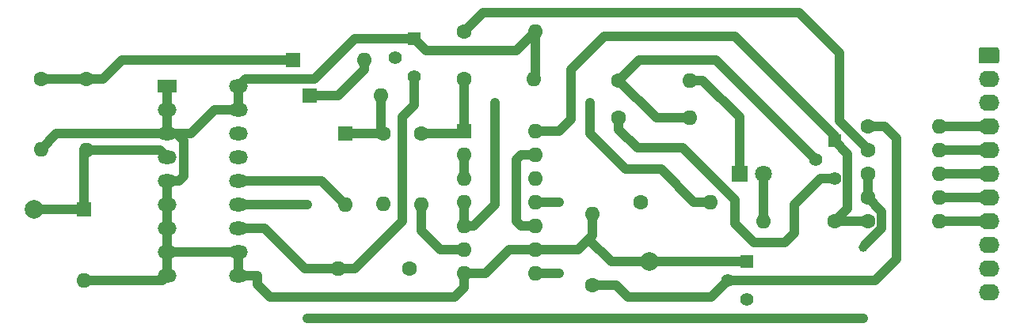
<source format=gbr>
%TF.GenerationSoftware,KiCad,Pcbnew,5.1.5+dfsg1-2build2*%
%TF.CreationDate,2022-12-31T14:33:42+00:00*%
%TF.ProjectId,g850-pic-prog,67383530-2d70-4696-932d-70726f672e6b,rev?*%
%TF.SameCoordinates,Original*%
%TF.FileFunction,Copper,L2,Bot*%
%TF.FilePolarity,Positive*%
%FSLAX46Y46*%
G04 Gerber Fmt 4.6, Leading zero omitted, Abs format (unit mm)*
G04 Created by KiCad (PCBNEW 5.1.5+dfsg1-2build2) date 2022-12-31 14:33:42*
%MOMM*%
%LPD*%
G04 APERTURE LIST*
%TA.AperFunction,ComponentPad*%
%ADD10O,2.000000X1.440000*%
%TD*%
%TA.AperFunction,ComponentPad*%
%ADD11R,2.000000X1.440000*%
%TD*%
%TA.AperFunction,ComponentPad*%
%ADD12C,1.397000*%
%TD*%
%TA.AperFunction,ComponentPad*%
%ADD13R,1.397000X1.397000*%
%TD*%
%TA.AperFunction,ComponentPad*%
%ADD14O,1.600000X1.600000*%
%TD*%
%TA.AperFunction,ComponentPad*%
%ADD15R,1.600000X1.600000*%
%TD*%
%TA.AperFunction,ComponentPad*%
%ADD16C,2.000000*%
%TD*%
%TA.AperFunction,ComponentPad*%
%ADD17C,1.600000*%
%TD*%
%TA.AperFunction,ComponentPad*%
%ADD18O,2.190000X1.740000*%
%TD*%
%TA.AperFunction,ComponentPad*%
%ADD19C,0.100000*%
%TD*%
%TA.AperFunction,ComponentPad*%
%ADD20C,1.800000*%
%TD*%
%TA.AperFunction,ComponentPad*%
%ADD21R,1.800000X1.800000*%
%TD*%
%TA.AperFunction,ViaPad*%
%ADD22C,1.000000*%
%TD*%
%TA.AperFunction,Conductor*%
%ADD23C,1.000000*%
%TD*%
G04 APERTURE END LIST*
D10*
%TO.P,U2,10*%
%TO.N,GND*%
X119634000Y-96520000D03*
%TO.P,U2,9*%
X112014000Y-96520000D03*
%TO.P,U2,11*%
X119634000Y-93980000D03*
%TO.P,U2,8*%
X112014000Y-93980000D03*
%TO.P,U2,12*%
%TO.N,Net-(Q1-Pad1)*%
X119634000Y-91440000D03*
%TO.P,U2,7*%
%TO.N,GND*%
X112014000Y-91440000D03*
%TO.P,U2,13*%
%TO.N,Net-(R8-Pad1)*%
X119634000Y-88900000D03*
%TO.P,U2,6*%
%TO.N,GND*%
X112014000Y-88900000D03*
%TO.P,U2,14*%
%TO.N,+5V*%
X119634000Y-86360000D03*
%TO.P,U2,5*%
%TO.N,GND*%
X112014000Y-86360000D03*
%TO.P,U2,15*%
%TO.N,N/C*%
X119634000Y-83820000D03*
%TO.P,U2,4*%
%TO.N,Net-(D4-Pad1)*%
X112014000Y-83820000D03*
%TO.P,U2,16*%
%TO.N,N/C*%
X119634000Y-81280000D03*
%TO.P,U2,3*%
%TO.N,GND*%
X112014000Y-81280000D03*
%TO.P,U2,17*%
X119634000Y-78740000D03*
%TO.P,U2,2*%
X112014000Y-78740000D03*
%TO.P,U2,18*%
X119634000Y-76200000D03*
D11*
%TO.P,U2,1*%
X112014000Y-76200000D03*
%TD*%
D12*
%TO.P,Q2,1*%
%TO.N,V+*%
X183388000Y-86106000D03*
%TO.P,Q2,2*%
%TO.N,Net-(Q2-Pad2)*%
X181356000Y-84074000D03*
D13*
%TO.P,Q2,3*%
%TO.N,+5V*%
X183388000Y-82042000D03*
%TD*%
D14*
%TO.P,U1,14*%
%TO.N,+5V*%
X151384000Y-81026000D03*
%TO.P,U1,7*%
%TO.N,GND*%
X143764000Y-96266000D03*
%TO.P,U1,13*%
%TO.N,Net-(U1-Pad10)*%
X151384000Y-83566000D03*
%TO.P,U1,6*%
%TO.N,Net-(R1-Pad2)*%
X143764000Y-93726000D03*
%TO.P,U1,12*%
%TO.N,N/C*%
X151384000Y-86106000D03*
%TO.P,U1,5*%
%TO.N,Net-(C3-Pad2)*%
X143764000Y-91186000D03*
%TO.P,U1,11*%
%TO.N,Net-(U1-Pad11)*%
X151384000Y-88646000D03*
%TO.P,U1,4*%
%TO.N,Net-(C3-Pad2)*%
X143764000Y-88646000D03*
%TO.P,U1,10*%
%TO.N,Net-(U1-Pad10)*%
X151384000Y-91186000D03*
%TO.P,U1,3*%
%TO.N,Net-(C1-Pad2)*%
X143764000Y-86106000D03*
%TO.P,U1,9*%
%TO.N,GND*%
X151384000Y-93726000D03*
%TO.P,U1,2*%
%TO.N,Net-(C1-Pad2)*%
X143764000Y-83566000D03*
%TO.P,U1,8*%
%TO.N,Net-(U1-Pad11)*%
X151384000Y-96266000D03*
D15*
%TO.P,U1,1*%
%TO.N,Net-(C2-Pad1)*%
X143764000Y-81026000D03*
%TD*%
D16*
%TO.P,TP2,1*%
%TO.N,Net-(D4-Pad1)*%
X97790000Y-89408000D03*
%TD*%
%TO.P,TP1,1*%
%TO.N,GND*%
X163576000Y-94996000D03*
%TD*%
D14*
%TO.P,R13,2*%
%TO.N,CP*%
X194564000Y-80518000D03*
D17*
%TO.P,R13,1*%
%TO.N,Net-(Q3-Pad2)*%
X186944000Y-80518000D03*
%TD*%
D14*
%TO.P,R12,2*%
%TO.N,LOW_BATT*%
X194564000Y-90678000D03*
D17*
%TO.P,R12,1*%
%TO.N,+5V*%
X186944000Y-90678000D03*
%TD*%
D14*
%TO.P,R11,2*%
%TO.N,Net-(Q2-Pad2)*%
X167962000Y-79614000D03*
D17*
%TO.P,R11,1*%
%TO.N,V+*%
X160342000Y-79614000D03*
%TD*%
D14*
%TO.P,R10,2*%
%TO.N,GND*%
X157480000Y-89916000D03*
D17*
%TO.P,R10,1*%
%TO.N,Net-(Q3-Pad2)*%
X157480000Y-97536000D03*
%TD*%
D14*
%TO.P,R9,2*%
%TO.N,DATA_OUT*%
X194564000Y-88138000D03*
D17*
%TO.P,R9,1*%
%TO.N,Net-(R8-Pad1)*%
X186944000Y-88138000D03*
%TD*%
D14*
%TO.P,R8,2*%
%TO.N,DATA_IN*%
X194564000Y-85598000D03*
D17*
%TO.P,R8,1*%
%TO.N,Net-(R8-Pad1)*%
X186944000Y-85598000D03*
%TD*%
D14*
%TO.P,R7,2*%
%TO.N,Net-(D5-Pad1)*%
X167962000Y-75564000D03*
D17*
%TO.P,R7,1*%
%TO.N,Net-(Q2-Pad2)*%
X160342000Y-75564000D03*
%TD*%
D14*
%TO.P,R6,2*%
%TO.N,CLOCK*%
X194564000Y-83058000D03*
D17*
%TO.P,R6,1*%
%TO.N,Net-(Q1-Pad2)*%
X186944000Y-83058000D03*
%TD*%
D14*
%TO.P,R5,2*%
%TO.N,GND*%
X151384000Y-70358000D03*
D17*
%TO.P,R5,1*%
%TO.N,Net-(Q1-Pad2)*%
X143764000Y-70358000D03*
%TD*%
D14*
%TO.P,R4,2*%
%TO.N,Net-(Q1-Pad1)*%
X130302000Y-95758000D03*
D17*
%TO.P,R4,1*%
%TO.N,+5V*%
X137922000Y-95758000D03*
%TD*%
D14*
%TO.P,R3,2*%
%TO.N,Net-(D5-Pad2)*%
X175768000Y-90678000D03*
D17*
%TO.P,R3,1*%
%TO.N,+5V*%
X183388000Y-90678000D03*
%TD*%
D14*
%TO.P,R2,2*%
%TO.N,Net-(D4-Pad1)*%
X103378000Y-83058000D03*
D17*
%TO.P,R2,1*%
%TO.N,Net-(C4-Pad1)*%
X103378000Y-75438000D03*
%TD*%
D14*
%TO.P,R1,2*%
%TO.N,Net-(R1-Pad2)*%
X139192000Y-88900000D03*
D17*
%TO.P,R1,1*%
%TO.N,Net-(C2-Pad1)*%
X139192000Y-81280000D03*
%TD*%
D12*
%TO.P,Q3,1*%
%TO.N,Net-(D5-Pad1)*%
X173990000Y-99060000D03*
%TO.P,Q3,2*%
%TO.N,Net-(Q3-Pad2)*%
X171958000Y-97028000D03*
D13*
%TO.P,Q3,3*%
%TO.N,GND*%
X173990000Y-94996000D03*
%TD*%
D12*
%TO.P,Q1,1*%
%TO.N,Net-(Q1-Pad1)*%
X138430000Y-75184000D03*
%TO.P,Q1,2*%
%TO.N,Net-(Q1-Pad2)*%
X136398000Y-73152000D03*
D13*
%TO.P,Q1,3*%
%TO.N,GND*%
X138430000Y-71120000D03*
%TD*%
D18*
%TO.P,J1,11*%
%TO.N,N/C*%
X199898000Y-98298000D03*
%TO.P,J1,10*%
X199898000Y-95758000D03*
%TO.P,J1,9*%
X199898000Y-93218000D03*
%TO.P,J1,8*%
%TO.N,LOW_BATT*%
X199898000Y-90678000D03*
%TO.P,J1,7*%
%TO.N,DATA_OUT*%
X199898000Y-88138000D03*
%TO.P,J1,6*%
%TO.N,DATA_IN*%
X199898000Y-85598000D03*
%TO.P,J1,5*%
%TO.N,CLOCK*%
X199898000Y-83058000D03*
%TO.P,J1,4*%
%TO.N,CP*%
X199898000Y-80518000D03*
%TO.P,J1,3*%
%TO.N,GND*%
X199898000Y-77978000D03*
%TO.P,J1,2*%
%TO.N,V+*%
X199898000Y-75438000D03*
%TA.AperFunction,ComponentPad*%
D19*
%TO.P,J1,1*%
%TO.N,N/C*%
G36*
X200767505Y-72029204D02*
G01*
X200791773Y-72032804D01*
X200815572Y-72038765D01*
X200838671Y-72047030D01*
X200860850Y-72057520D01*
X200881893Y-72070132D01*
X200901599Y-72084747D01*
X200919777Y-72101223D01*
X200936253Y-72119401D01*
X200950868Y-72139107D01*
X200963480Y-72160150D01*
X200973970Y-72182329D01*
X200982235Y-72205428D01*
X200988196Y-72229227D01*
X200991796Y-72253495D01*
X200993000Y-72277999D01*
X200993000Y-73518001D01*
X200991796Y-73542505D01*
X200988196Y-73566773D01*
X200982235Y-73590572D01*
X200973970Y-73613671D01*
X200963480Y-73635850D01*
X200950868Y-73656893D01*
X200936253Y-73676599D01*
X200919777Y-73694777D01*
X200901599Y-73711253D01*
X200881893Y-73725868D01*
X200860850Y-73738480D01*
X200838671Y-73748970D01*
X200815572Y-73757235D01*
X200791773Y-73763196D01*
X200767505Y-73766796D01*
X200743001Y-73768000D01*
X199052999Y-73768000D01*
X199028495Y-73766796D01*
X199004227Y-73763196D01*
X198980428Y-73757235D01*
X198957329Y-73748970D01*
X198935150Y-73738480D01*
X198914107Y-73725868D01*
X198894401Y-73711253D01*
X198876223Y-73694777D01*
X198859747Y-73676599D01*
X198845132Y-73656893D01*
X198832520Y-73635850D01*
X198822030Y-73613671D01*
X198813765Y-73590572D01*
X198807804Y-73566773D01*
X198804204Y-73542505D01*
X198803000Y-73518001D01*
X198803000Y-72277999D01*
X198804204Y-72253495D01*
X198807804Y-72229227D01*
X198813765Y-72205428D01*
X198822030Y-72182329D01*
X198832520Y-72160150D01*
X198845132Y-72139107D01*
X198859747Y-72119401D01*
X198876223Y-72101223D01*
X198894401Y-72084747D01*
X198914107Y-72070132D01*
X198935150Y-72057520D01*
X198957329Y-72047030D01*
X198980428Y-72038765D01*
X199004227Y-72032804D01*
X199028495Y-72029204D01*
X199052999Y-72028000D01*
X200743001Y-72028000D01*
X200767505Y-72029204D01*
G37*
%TD.AperFunction*%
%TD*%
D20*
%TO.P,D5,2*%
%TO.N,Net-(D5-Pad2)*%
X175768000Y-85598000D03*
D21*
%TO.P,D5,1*%
%TO.N,Net-(D5-Pad1)*%
X173228000Y-85598000D03*
%TD*%
D14*
%TO.P,D4,2*%
%TO.N,GND*%
X103124000Y-97028000D03*
D15*
%TO.P,D4,1*%
%TO.N,Net-(D4-Pad1)*%
X103124000Y-89408000D03*
%TD*%
D14*
%TO.P,D3,2*%
%TO.N,Net-(C3-Pad1)*%
X133096000Y-73406000D03*
D15*
%TO.P,D3,1*%
%TO.N,Net-(C4-Pad1)*%
X125476000Y-73406000D03*
%TD*%
D14*
%TO.P,D2,2*%
%TO.N,Net-(C1-Pad1)*%
X134874000Y-77216000D03*
D15*
%TO.P,D2,1*%
%TO.N,Net-(C3-Pad1)*%
X127254000Y-77216000D03*
%TD*%
D14*
%TO.P,D1,2*%
%TO.N,+5V*%
X131064000Y-88900000D03*
D15*
%TO.P,D1,1*%
%TO.N,Net-(C1-Pad1)*%
X131064000Y-81280000D03*
%TD*%
D14*
%TO.P,C4,2*%
%TO.N,GND*%
X98552000Y-82938000D03*
D17*
%TO.P,C4,1*%
%TO.N,Net-(C4-Pad1)*%
X98552000Y-75438000D03*
%TD*%
D14*
%TO.P,C3,2*%
%TO.N,Net-(C3-Pad2)*%
X170162000Y-88614000D03*
D17*
%TO.P,C3,1*%
%TO.N,Net-(C3-Pad1)*%
X162662000Y-88614000D03*
%TD*%
D14*
%TO.P,C2,2*%
%TO.N,GND*%
X151264000Y-75438000D03*
D17*
%TO.P,C2,1*%
%TO.N,Net-(C2-Pad1)*%
X143764000Y-75438000D03*
%TD*%
D14*
%TO.P,C1,2*%
%TO.N,Net-(C1-Pad2)*%
X135128000Y-88780000D03*
D17*
%TO.P,C1,1*%
%TO.N,Net-(C1-Pad1)*%
X135128000Y-81280000D03*
%TD*%
D22*
%TO.N,Net-(C3-Pad2)*%
X157226000Y-77978000D03*
X147066000Y-77978000D03*
%TO.N,Net-(R8-Pad1)*%
X186436000Y-93472000D03*
X186436000Y-101092000D03*
X127000000Y-88900000D03*
X127000000Y-101092000D03*
%TO.N,V+*%
X168402000Y-84074000D03*
%TO.N,Net-(U1-Pad11)*%
X153924000Y-96266000D03*
X153924000Y-88646000D03*
%TD*%
D23*
%TO.N,Net-(C1-Pad2)*%
X143764000Y-86106000D02*
X143764000Y-83566000D01*
%TO.N,Net-(C1-Pad1)*%
X134874000Y-81026000D02*
X135128000Y-81280000D01*
X134874000Y-77216000D02*
X134874000Y-81026000D01*
X131064000Y-81280000D02*
X135128000Y-81280000D01*
%TO.N,GND*%
X151384000Y-75318000D02*
X151264000Y-75438000D01*
X151384000Y-70358000D02*
X151384000Y-75318000D01*
X112014000Y-93980000D02*
X119634000Y-93980000D01*
X119634000Y-96520000D02*
X119634000Y-93980000D01*
X112014000Y-93980000D02*
X112014000Y-96520000D01*
X112014000Y-93980000D02*
X112014000Y-91440000D01*
X112014000Y-91440000D02*
X112014000Y-88900000D01*
X112014000Y-88900000D02*
X112014000Y-86360000D01*
X112014000Y-86360000D02*
X113284000Y-86360000D01*
X113284000Y-86360000D02*
X113792000Y-85852000D01*
X113792000Y-85852000D02*
X113792000Y-82042000D01*
X113030000Y-81280000D02*
X112014000Y-81280000D01*
X113792000Y-82042000D02*
X113030000Y-81280000D01*
X100210000Y-81280000D02*
X98552000Y-82938000D01*
X112014000Y-81280000D02*
X100210000Y-81280000D01*
X111506000Y-97028000D02*
X112014000Y-96520000D01*
X103124000Y-97028000D02*
X111506000Y-97028000D01*
X119634000Y-78740000D02*
X117094000Y-78740000D01*
X114554000Y-81280000D02*
X112014000Y-81280000D01*
X117094000Y-78740000D02*
X114554000Y-81280000D01*
X119634000Y-76200000D02*
X119634000Y-78740000D01*
X112014000Y-78740000D02*
X112014000Y-81280000D01*
X112014000Y-78740000D02*
X112014000Y-76200000D01*
X120433999Y-75400001D02*
X127799999Y-75400001D01*
X119634000Y-76200000D02*
X120433999Y-75400001D01*
X132080000Y-71120000D02*
X138430000Y-71120000D01*
X127799999Y-75400001D02*
X132080000Y-71120000D01*
X138430000Y-71120000D02*
X139700000Y-72390000D01*
X149352000Y-72390000D02*
X151384000Y-70358000D01*
X139700000Y-72390000D02*
X149352000Y-72390000D01*
X143764000Y-96266000D02*
X146050000Y-96266000D01*
X148590000Y-93726000D02*
X151384000Y-93726000D01*
X146050000Y-96266000D02*
X148590000Y-93726000D01*
X151384000Y-93726000D02*
X155956000Y-93726000D01*
X157480000Y-92202000D02*
X157480000Y-89916000D01*
X159512000Y-94996000D02*
X157099000Y-92583000D01*
X163576000Y-94996000D02*
X159512000Y-94996000D01*
X157099000Y-92583000D02*
X157480000Y-92202000D01*
X155956000Y-93726000D02*
X157099000Y-92583000D01*
X163576000Y-94996000D02*
X173990000Y-94996000D01*
X119634000Y-96520000D02*
X121666000Y-96520000D01*
X121666000Y-97455070D02*
X123016930Y-98806000D01*
X121666000Y-96520000D02*
X121666000Y-97455070D01*
X123016930Y-98806000D02*
X142748000Y-98806000D01*
X143764000Y-97790000D02*
X143764000Y-96266000D01*
X142748000Y-98806000D02*
X143764000Y-97790000D01*
%TO.N,Net-(C2-Pad1)*%
X143764000Y-75438000D02*
X143764000Y-81026000D01*
X143510000Y-81280000D02*
X143764000Y-81026000D01*
X139192000Y-81280000D02*
X143510000Y-81280000D01*
%TO.N,Net-(C3-Pad2)*%
X143764000Y-88646000D02*
X143764000Y-91186000D01*
X170162000Y-88614000D02*
X168370000Y-88614000D01*
X168370000Y-88614000D02*
X164846000Y-85090000D01*
X164846000Y-85090000D02*
X161036000Y-85090000D01*
X157226000Y-81280000D02*
X157226000Y-77978000D01*
X161036000Y-85090000D02*
X157226000Y-81280000D01*
X147066000Y-77978000D02*
X147066000Y-88900000D01*
X144780000Y-91186000D02*
X143764000Y-91186000D01*
X147066000Y-88900000D02*
X144780000Y-91186000D01*
%TO.N,Net-(C3-Pad1)*%
X127254000Y-77216000D02*
X130302000Y-77216000D01*
X133096000Y-74422000D02*
X133096000Y-73406000D01*
X130302000Y-77216000D02*
X133096000Y-74422000D01*
%TO.N,Net-(C4-Pad1)*%
X98552000Y-75438000D02*
X103378000Y-75438000D01*
X103378000Y-75438000D02*
X105156000Y-75438000D01*
X107188000Y-73406000D02*
X125476000Y-73406000D01*
X105156000Y-75438000D02*
X107188000Y-73406000D01*
%TO.N,+5V*%
X186944000Y-90678000D02*
X183388000Y-90678000D01*
X184786501Y-83440501D02*
X183388000Y-82042000D01*
X184786501Y-89279499D02*
X184786501Y-83440501D01*
X183388000Y-90678000D02*
X184786501Y-89279499D01*
X128524000Y-86360000D02*
X131064000Y-88900000D01*
X119634000Y-86360000D02*
X128524000Y-86360000D01*
X183388000Y-82042000D02*
X183388000Y-81534000D01*
X183388000Y-81534000D02*
X172720000Y-70866000D01*
X172720000Y-70866000D02*
X158750000Y-70866000D01*
X158750000Y-70866000D02*
X155194000Y-74422000D01*
X155194000Y-74422000D02*
X155194000Y-79756000D01*
X153924000Y-81026000D02*
X151384000Y-81026000D01*
X155194000Y-79756000D02*
X153924000Y-81026000D01*
%TO.N,Net-(D4-Pad1)*%
X111252000Y-83058000D02*
X112014000Y-83820000D01*
X103378000Y-83058000D02*
X111252000Y-83058000D01*
X103124000Y-83312000D02*
X103378000Y-83058000D01*
X103124000Y-89408000D02*
X103124000Y-83312000D01*
X103124000Y-89408000D02*
X97790000Y-89408000D01*
%TO.N,Net-(D5-Pad2)*%
X175768000Y-85598000D02*
X175768000Y-90678000D01*
%TO.N,Net-(D5-Pad1)*%
X167962000Y-75564000D02*
X169290000Y-75564000D01*
X173228000Y-79502000D02*
X173228000Y-85598000D01*
X169290000Y-75564000D02*
X173228000Y-79502000D01*
%TO.N,LOW_BATT*%
X194564000Y-90678000D02*
X199898000Y-90678000D01*
%TO.N,DATA_OUT*%
X199898000Y-88138000D02*
X194564000Y-88138000D01*
%TO.N,DATA_IN*%
X199898000Y-85598000D02*
X194564000Y-85598000D01*
%TO.N,CLOCK*%
X194564000Y-83058000D02*
X199898000Y-83058000D01*
%TO.N,CP*%
X199898000Y-80518000D02*
X194564000Y-80518000D01*
%TO.N,Net-(Q1-Pad1)*%
X138430000Y-75184000D02*
X138430000Y-78232000D01*
X138430000Y-78232000D02*
X137160000Y-79502000D01*
X137160000Y-79502000D02*
X137160000Y-90678000D01*
X132080000Y-95758000D02*
X130302000Y-95758000D01*
X137160000Y-90678000D02*
X132080000Y-95758000D01*
X119634000Y-91440000D02*
X122428000Y-91440000D01*
X126746000Y-95758000D02*
X130302000Y-95758000D01*
X122428000Y-91440000D02*
X126746000Y-95758000D01*
%TO.N,Net-(Q1-Pad2)*%
X186944000Y-82940998D02*
X183896000Y-79892998D01*
X186944000Y-83058000D02*
X186944000Y-82940998D01*
X183896000Y-79892998D02*
X183896000Y-72644000D01*
X183896000Y-72644000D02*
X179578000Y-68326000D01*
X145796000Y-68326000D02*
X143764000Y-70358000D01*
X179578000Y-68326000D02*
X145796000Y-68326000D01*
%TO.N,Net-(Q3-Pad2)*%
X171958000Y-97028000D02*
X187706000Y-97028000D01*
X187706000Y-97028000D02*
X189992000Y-94742000D01*
X189992000Y-94742000D02*
X189992000Y-81788000D01*
X188722000Y-80518000D02*
X186944000Y-80518000D01*
X189992000Y-81788000D02*
X188722000Y-80518000D01*
X161290000Y-98806000D02*
X170180000Y-98806000D01*
X160020000Y-97536000D02*
X161290000Y-98806000D01*
X170180000Y-98806000D02*
X171958000Y-97028000D01*
X157480000Y-97536000D02*
X160020000Y-97536000D01*
%TO.N,Net-(R1-Pad2)*%
X143764000Y-93726000D02*
X141224000Y-93726000D01*
X139192000Y-91694000D02*
X139192000Y-88900000D01*
X141224000Y-93726000D02*
X139192000Y-91694000D01*
%TO.N,Net-(R8-Pad1)*%
X186944000Y-85598000D02*
X186944000Y-88138000D01*
X188444001Y-91398001D02*
X186624002Y-93218000D01*
X188444001Y-89638001D02*
X188444001Y-91398001D01*
X186944000Y-88138000D02*
X188444001Y-89638001D01*
X122682000Y-88900000D02*
X119634000Y-88900000D01*
X127762000Y-101092000D02*
X127762000Y-101092000D01*
X122682000Y-88900000D02*
X127000000Y-88900000D01*
X162814000Y-101092000D02*
X186436000Y-101092000D01*
X127000000Y-101092000D02*
X162814000Y-101092000D01*
%TO.N,V+*%
X183388000Y-86106000D02*
X181864000Y-86106000D01*
X181864000Y-86106000D02*
X179070000Y-88900000D01*
X179070000Y-88900000D02*
X179070000Y-91948000D01*
X179070000Y-91948000D02*
X178054000Y-92964000D01*
X178054000Y-92964000D02*
X174752000Y-92964000D01*
X174752000Y-92964000D02*
X172720000Y-90932000D01*
X172720000Y-90932000D02*
X172720000Y-88392000D01*
X167132000Y-82804000D02*
X162306000Y-82804000D01*
X160342000Y-80840000D02*
X160342000Y-79614000D01*
X162306000Y-82804000D02*
X160342000Y-80840000D01*
X172720000Y-88392000D02*
X168402000Y-84074000D01*
X168402000Y-84074000D02*
X167132000Y-82804000D01*
%TO.N,Net-(U1-Pad10)*%
X151384000Y-83566000D02*
X149860000Y-83566000D01*
X149860000Y-83566000D02*
X149352000Y-84074000D01*
X149352000Y-84074000D02*
X149352000Y-90678000D01*
X149860000Y-91186000D02*
X151384000Y-91186000D01*
X149352000Y-90678000D02*
X149860000Y-91186000D01*
%TO.N,Net-(U1-Pad11)*%
X151384000Y-96266000D02*
X153924000Y-96266000D01*
X153924000Y-88646000D02*
X151384000Y-88646000D01*
%TO.N,Net-(Q2-Pad2)*%
X164392000Y-79614000D02*
X160342000Y-75564000D01*
X167962000Y-79614000D02*
X164392000Y-79614000D01*
X162500000Y-73406000D02*
X160342000Y-75564000D01*
X170688000Y-73406000D02*
X162500000Y-73406000D01*
X181356000Y-84074000D02*
X170688000Y-73406000D01*
%TD*%
M02*

</source>
